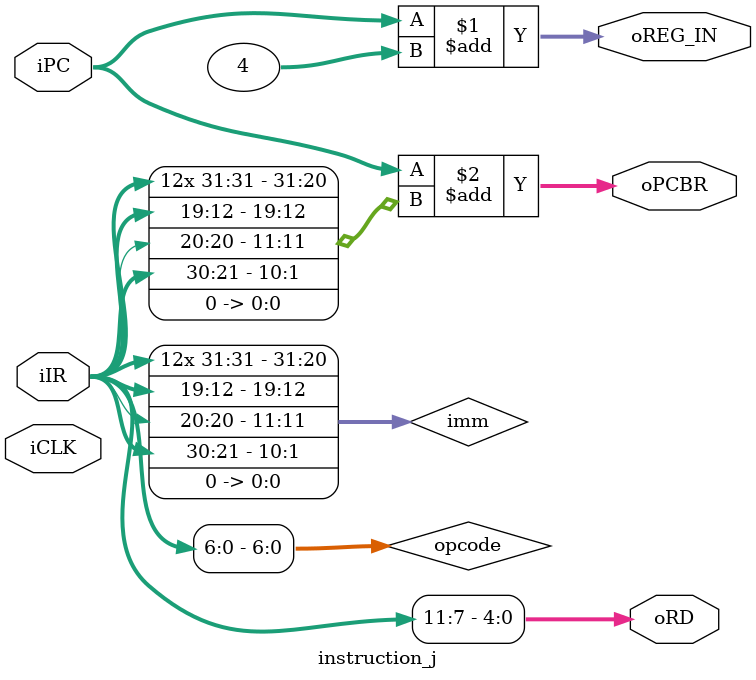
<source format=v>
module instruction_j (
    input           iCLK,
    input   [31:0]  iIR,
    input   [7:0]   iPC,

    output  [4:0]   oRD,
    output  [31:0]  oREG_IN,
    output  [31:0]  oPCBR
);

    wire        [6:0]   opcode;
    wire signed [19:0]  imm20;
    wire        [31:0]  imm;
    wire        [31:0]  jump;

    assign opcode   = iIR[6:0];
    assign oRD      = iIR[11:7];

    assign imm = {{11{iIR[31]}}, iIR[31], iIR[19:12], iIR[20], iIR[30:21], 1'b0};

    assign oREG_IN = iPC + 4;
    assign oPCBR = iPC+ imm;

endmodule

</source>
